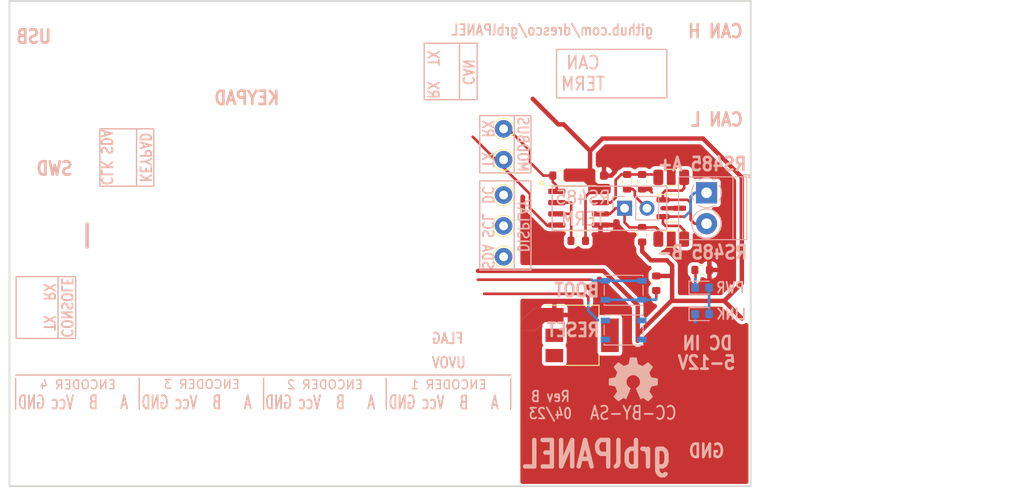
<source format=kicad_pcb>
(kicad_pcb (version 20231007) (generator pcbnew)
  (title_block (title "grblPANEL") (date "2023-04-28") (rev "B") (company "dresco"))
  (layers (0 "F.Cu" signal) (1 "In1.Cu" power) (2 "In2.Cu" power) (31 "B.Cu" signal) (34 "B.Paste" user) (35 "F.Paste" user) (36 "B.SilkS" user "B.Silkscreen") (37 "F.SilkS" user "F.Silkscreen") (38 "B.Mask" user) (39 "F.Mask" user) (44 "Edge.Cuts" user))
  (net 0 "")
  (net 1 "GND")
  (net 2 "/Power/VIN_PI_OUT")
  (net 3 "+3V3")
  (net 4 "/MCU/~{RST}")
  (net 5 "/Power/PWR_LED_K")
  (net 6 "DISPLAY_D{slash}C")
  (net 7 "DISPLAY_SDA")
  (net 8 "Net-(JP401-B)")
  (net 9 "Net-(R202-Pad1)")
  (net 10 "/MCU/LED_K")
  (net 11 "/MCU/SWCLK{slash}BOOT0")
  (net 12 "MODBUS_RX")
  (net 13 "MODBUS_TX")
  (net 14 "/Modbus/CONN_RS485_A")
  (net 15 "/Modbus/CONN_RS485_B")
  (net 16 "/Modbus/RS485_B")
  (net 17 "/Modbus/RS485_A")
  (net 18 "/Modbus/RS485_MODE_SELECT")
  (net 19 "/Display/CONN_SCL")
  (footprint "TestPoint:TestPoint_THTPad_D2.0mm_Drill1.0mm" (layer "F.Cu") (at 161 100.5)
    (property "Reference" "TP502" hide)
    (property "Value" "TestPoint" hide)
    (fp_circle (center 0 0) (end 0 1.2) (stroke (width 0.12)) (fill none) (layer "F.SilkS"))
    (pad "1" thru_hole circle (at 0 0) (size 2 2) (drill 1) (layers "*.Cu" "*.Mask") (net 19 "/Display/CONN_SCL"))
  )
  (footprint "Resistor_SMD:R_0603_1608Metric" (layer "F.Cu") (at 178.3 107 90)
    (property "Reference" "R202" hide)
    (property "Value" "200")
    (fp_line (start -0.237258 -0.5225) (end 0.237258 -0.5225) (stroke (width 0.12)) (layer "F.SilkS"))
    (fp_line (start -0.237258 0.5225) (end 0.237258 0.5225) (stroke (width 0.12)) (layer "F.SilkS"))
    (pad "1" smd roundrect (at -0.825 0 90) (size 0.8 0.95) (layers "F.Cu" "F.Paste" "F.Mask") (net 9 "Net-(R202-Pad1)"))
    (pad "2" smd roundrect (at 0.825 0 90) (size 0.8 0.95) (layers "F.Cu" "F.Paste" "F.Mask") (net 3 "+3V3"))
  )
  (footprint "TestPoint:TestPoint_THTPad_D2.0mm_Drill1.0mm" (layer "F.Cu") (at 161 97)
    (property "Reference" "TP504" hide)
    (property "Value" "TestPoint" hide)
    (fp_circle (center 0 0) (end 0 1.2) (stroke (width 0.12)) (fill none) (layer "F.SilkS"))
    (pad "1" thru_hole circle (at 0 0) (size 2 2) (drill 1) (layers "*.Cu" "*.Mask") (net 6 "DISPLAY_D{slash}C"))
  )
  (footprint "Resistor_SMD:R_0603_1608Metric" (layer "F.Cu") (at 167.4 94.8 180)
    (property "Reference" "R402" hide)
    (property "Value" "10k")
    (fp_line (start -0.237258 0.5225) (end 0.237258 0.5225) (stroke (width 0.12)) (layer "F.SilkS"))
    (fp_line (start -0.237258 -0.5225) (end 0.237258 -0.5225) (stroke (width 0.12)) (layer "F.SilkS"))
    (pad "1" smd roundrect (at -0.825 0 180) (size 0.8 0.95) (layers "F.Cu" "F.Paste" "F.Mask") (net 3 "+3V3"))
    (pad "2" smd roundrect (at 0.825 0 180) (size 0.8 0.95) (layers "F.Cu" "F.Paste" "F.Mask") (net 12 "MODBUS_RX"))
  )
  (footprint "Package_SO:SOIC-8_3.9x4.9mm_P1.27mm" (layer "F.Cu") (at 169.5 98.5)
    (property "Reference" "U401" hide)
    (property "Value" "THVD1406")
    (fp_line (start 0 -2.56) (end -3.45 -2.56) (stroke (width 0.12)) (layer "F.SilkS"))
    (fp_line (start 0 -2.56) (end 1.95 -2.56) (stroke (width 0.12)) (layer "F.SilkS"))
    (fp_line (start 0 2.56) (end -1.95 2.56) (stroke (width 0.12)) (layer "F.SilkS"))
    (fp_line (start 0 2.56) (end 1.95 2.56) (stroke (width 0.12)) (layer "F.SilkS"))
    (pad "1" smd roundrect (at -2.475 -1.905) (size 1.95 0.6) (layers "F.Cu" "F.Paste" "F.Mask") (net 12 "MODBUS_RX"))
    (pad "2" smd roundrect (at -2.475 -0.635) (size 1.95 0.6) (layers "F.Cu" "F.Paste" "F.Mask") (net 18 "/Modbus/RS485_MODE_SELECT"))
    (pad "3" smd roundrect (at -2.475 0.635) (size 1.95 0.6) (layers "F.Cu" "F.Paste" "F.Mask") (net 18 "/Modbus/RS485_MODE_SELECT"))
    (pad "4" smd roundrect (at -2.475 1.905) (size 1.95 0.6) (layers "F.Cu" "F.Paste" "F.Mask") (net 13 "MODBUS_TX"))
    (pad "5" smd roundrect (at 2.475 1.905) (size 1.95 0.6) (layers "F.Cu" "F.Paste" "F.Mask") (net 1 "GND"))
    (pad "6" smd roundrect (at 2.475 0.635) (size 1.95 0.6) (layers "F.Cu" "F.Paste" "F.Mask") (net 17 "/Modbus/RS485_A"))
    (pad "7" smd roundrect (at 2.475 -0.635) (size 1.95 0.6) (layers "F.Cu" "F.Paste" "F.Mask") (net 16 "/Modbus/RS485_B"))
    (pad "8" smd roundrect (at 2.475 -1.905) (size 1.95 0.6) (layers "F.Cu" "F.Paste" "F.Mask") (net 3 "+3V3"))
  )
  (footprint "Resistor_SMD:R_0603_1608Metric" (layer "F.Cu") (at 183.5 105.5)
    (property "Reference" "R114" hide)
    (property "Value" "4k7")
    (fp_line (start -0.237258 -0.5225) (end 0.237258 -0.5225) (stroke (width 0.12)) (layer "F.SilkS"))
    (fp_line (start -0.237258 0.5225) (end 0.237258 0.5225) (stroke (width 0.12)) (layer "F.SilkS"))
    (pad "1" smd roundrect (at -0.825 0) (size 0.8 0.95) (layers "F.Cu" "F.Paste" "F.Mask") (net 5 "/Power/PWR_LED_K"))
    (pad "2" smd roundrect (at 0.825 0) (size 0.8 0.95) (layers "F.Cu" "F.Paste" "F.Mask") (net 1 "GND"))
  )
  (footprint "TestPoint:TestPoint_THTPad_D2.0mm_Drill1.0mm" (layer "F.Cu") (at 161 89.5)
    (property "Reference" "TP401" hide)
    (property "Value" "TestPoint" hide)
    (fp_circle (center 0 0) (end 0 1.2) (stroke (width 0.12)) (fill none) (layer "F.SilkS"))
    (pad "1" thru_hole circle (at 0 0) (size 2 2) (drill 1) (layers "*.Cu" "*.Mask") (net 12 "MODBUS_RX"))
  )
  (footprint "Resistor_SMD:R_0603_1608Metric" (layer "F.Cu") (at 176.7 101.5 90)
    (property "Reference" "R404" hide)
    (property "Value" "DNP")
    (fp_line (start -0.237258 -0.5225) (end 0.237258 -0.5225) (stroke (width 0.12)) (layer "F.SilkS"))
    (fp_line (start -0.237258 0.5225) (end 0.237258 0.5225) (stroke (width 0.12)) (layer "F.SilkS"))
    (pad "1" smd roundrect (at -0.825 0 90) (size 0.8 0.95) (layers "F.Cu" "F.Paste" "F.Mask") (net 3 "+3V3"))
    (pad "2" smd roundrect (at 0.825 0 90) (size 0.8 0.95) (layers "F.Cu" "F.Paste" "F.Mask") (net 17 "/Modbus/RS485_A"))
  )
  (footprint "Resistor_SMD:R_1206_3216Metric" (layer "F.Cu") (at 180 102)
    (property "Reference" "R406" hide)
    (property "Value" "10")
    (fp_line (start -0.727064 -0.91) (end 0.727064 -0.91) (stroke (width 0.12)) (layer "F.SilkS"))
    (fp_line (start -0.727064 0.91) (end 0.727064 0.91) (stroke (width 0.12)) (layer "F.SilkS"))
    (pad "1" smd roundrect (at -1.4625 0) (size 1.125 1.75) (layers "F.Cu" "F.Paste" "F.Mask") (roundrect_rratio 0.2222222222) (net 17 "/Modbus/RS485_A"))
    (pad "2" smd roundrect (at 1.4625 0) (size 1.125 1.75) (layers "F.Cu" "F.Paste" "F.Mask") (roundrect_rratio 0.2222222222) (net 14 "/Modbus/CONN_RS485_A"))
  )
  (footprint "Resistor_SMD:R_1206_3216Metric" (layer "F.Cu") (at 180 95)
    (property "Reference" "R407" hide)
    (property "Value" "10")
    (fp_line (start -0.727064 -0.91) (end 0.727064 -0.91) (stroke (width 0.12)) (layer "F.SilkS"))
    (fp_line (start -0.727064 0.91) (end 0.727064 0.91) (stroke (width 0.12)) (layer "F.SilkS"))
    (pad "1" smd roundrect (at -1.4625 0) (size 1.125 1.75) (layers "F.Cu" "F.Paste" "F.Mask") (roundrect_rratio 0.2222222222) (net 16 "/Modbus/RS485_B"))
    (pad "2" smd roundrect (at 1.4625 0) (size 1.125 1.75) (layers "F.Cu" "F.Paste" "F.Mask") (roundrect_rratio 0.2222222222) (net 15 "/Modbus/CONN_RS485_B"))
  )
  (footprint "Resistor_SMD:R_0603_1608Metric" (layer "F.Cu") (at 176.7 95.5 -90)
    (property "Reference" "R405" hide)
    (property "Value" "DNP")
    (fp_line (start -0.237258 0.5225) (end 0.237258 0.5225) (stroke (width 0.12)) (layer "F.SilkS"))
    (fp_line (start -0.237258 -0.5225) (end 0.237258 -0.5225) (stroke (width 0.12)) (layer "F.SilkS"))
    (pad "1" smd roundrect (at -0.825 0 270) (size 0.8 0.95) (layers "F.Cu" "F.Paste" "F.Mask") (net 16 "/Modbus/RS485_B"))
    (pad "2" smd roundrect (at 0.825 0 270) (size 0.8 0.95) (layers "F.Cu" "F.Paste" "F.Mask") (net 1 "GND"))
  )
  (footprint "Resistor_SMD:R_0603_1608Metric" (layer "F.Cu") (at 175 95.5 90)
    (property "Reference" "R403" hide)
    (property "Value" "120")
    (fp_line (start -0.237258 -0.5225) (end 0.237258 -0.5225) (stroke (width 0.12)) (layer "F.SilkS"))
    (fp_line (start -0.237258 0.5225) (end 0.237258 0.5225) (stroke (width 0.12)) (layer "F.SilkS"))
    (pad "1" smd roundrect (at -0.825 0 90) (size 0.8 0.95) (layers "F.Cu" "F.Paste" "F.Mask") (net 8 "Net-(JP401-B)"))
    (pad "2" smd roundrect (at 0.825 0 90) (size 0.8 0.95) (layers "F.Cu" "F.Paste" "F.Mask") (net 16 "/Modbus/RS485_B"))
  )
  (footprint "Resistor_SMD:R_0603_1608Metric" (layer "F.Cu") (at 169.46 102.2 180)
    (property "Reference" "R401" hide)
    (property "Value" "10k")
    (fp_line (start -0.237258 0.5225) (end 0.237258 0.5225) (stroke (width 0.12)) (layer "F.SilkS"))
    (fp_line (start -0.237258 -0.5225) (end 0.237258 -0.5225) (stroke (width 0.12)) (layer "F.SilkS"))
    (pad "1" smd roundrect (at -0.825 0 180) (size 0.8 0.95) (layers "F.Cu" "F.Paste" "F.Mask") (net 3 "+3V3"))
    (pad "2" smd roundrect (at 0.825 0 180) (size 0.8 0.95) (layers "F.Cu" "F.Paste" "F.Mask") (net 18 "/Modbus/RS485_MODE_SELECT"))
  )
  (footprint "TestPoint:TestPoint_THTPad_D2.0mm_Drill1.0mm" (layer "F.Cu") (at 161 93)
    (property "Reference" "TP402" hide)
    (property "Value" "TestPoint" hide)
    (fp_circle (center 0 0) (end 0 1.2) (stroke (width 0.12)) (fill none) (layer "F.SilkS"))
    (pad "1" thru_hole circle (at 0 0) (size 2 2) (drill 1) (layers "*.Cu" "*.Mask") (net 13 "MODBUS_TX"))
  )
  (footprint "Package_TO_SOT_SMD:SOT-223-3_TabPin2" (layer "F.Cu") (at 169.9 112.9)
    (property "Reference" "U103" hide)
    (property "Value" "AZ1117-3.3")
    (fp_line (start -4.1 -3.41) (end 1.91 -3.41) (stroke (width 0.12)) (layer "F.SilkS"))
    (fp_line (start -1.85 3.41) (end 1.91 3.41) (stroke (width 0.12)) (layer "F.SilkS"))
    (fp_line (start 1.91 -3.41) (end 1.91 -2.15) (stroke (width 0.12)) (layer "F.SilkS"))
    (fp_line (start 1.91 3.41) (end 1.91 2.15) (stroke (width 0.12)) (layer "F.SilkS"))
    (pad "1" smd rect (at -3.15 -2.3) (size 2 1.5) (layers "F.Cu" "F.Paste" "F.Mask") (net 1 "GND"))
    (pad "2" smd rect (at -3.15 0) (size 2 1.5) (layers "F.Cu" "F.Paste" "F.Mask") (net 3 "+3V3"))
    (pad "2" smd rect (at 3.15 0) (size 2 3.8) (layers "F.Cu" "F.Paste" "F.Mask") (net 3 "+3V3"))
    (pad "3" smd rect (at -3.15 2.3) (size 2 1.5) (layers "F.Cu" "F.Paste" "F.Mask") (net 2 "/Power/VIN_PI_OUT"))
  )
  (footprint "Package_TO_SOT_SMD:SOT-23" (layer "F.Cu") (at 180 98.5)
    (property "Reference" "D401" hide)
    (property "Value" "CDSOT23-SM712")
    (fp_line (start 0 -1.56) (end -1.675 -1.56) (stroke (width 0.12)) (layer "F.SilkS"))
    (fp_line (start 0 -1.56) (end 0.65 -1.56) (stroke (width 0.12)) (layer "F.SilkS"))
    (fp_line (start 0 1.56) (end -0.65 1.56) (stroke (width 0.12)) (layer "F.SilkS"))
    (fp_line (start 0 1.56) (end 0.65 1.56) (stroke (width 0.12)) (layer "F.SilkS"))
    (pad "1" smd roundrect (at -0.9375 -0.95) (size 1.475 0.6) (layers "F.Cu" "F.Paste" "F.Mask") (net 15 "/Modbus/CONN_RS485_B"))
    (pad "2" smd roundrect (at -0.9375 0.95) (size 1.475 0.6) (layers "F.Cu" "F.Paste" "F.Mask") (net 14 "/Modbus/CONN_RS485_A"))
    (pad "3" smd roundrect (at 0.9375 0) (size 1.475 0.6) (layers "F.Cu" "F.Paste" "F.Mask") (net 1 "GND"))
  )
  (footprint "Capacitor_SMD:C_0603_1608Metric" (layer "F.Cu") (at 171.6 94.8)
    (property "Reference" "C401" hide)
    (property "Value" "100n")
    (fp_line (start -0.14058 -0.51) (end 0.14058 -0.51) (stroke (width 0.12)) (layer "F.SilkS"))
    (fp_line (start -0.14058 0.51) (end 0.14058 0.51) (stroke (width 0.12)) (layer "F.SilkS"))
    (pad "1" smd roundrect (at -0.775 0) (size 0.9 0.95) (layers "F.Cu" "F.Paste" "F.Mask") (net 3 "+3V3"))
    (pad "2" smd roundrect (at 0.775 0) (size 0.9 0.95) (layers "F.Cu" "F.Paste" "F.Mask") (net 1 "GND"))
  )
  (footprint "TestPoint:TestPoint_THTPad_D2.0mm_Drill1.0mm" (layer "F.Cu") (at 161 104)
    (property "Reference" "TP503" hide)
    (property "Value" "TestPoint" hide)
    (fp_circle (center 0 0) (end 0 1.2) (stroke (width 0.12)) (fill none) (layer "F.SilkS"))
    (pad "1" thru_hole circle (at 0 0) (size 2 2) (drill 1) (layers "*.Cu" "*.Mask") (net 7 "DISPLAY_SDA"))
  )
  (footprint "LED_SMD:LED_0603_1608Metric" (layer "B.Cu") (at 183.5 107.5)
    (property "Reference" "D106" hide)
    (property "Value" "LED")
    (fp_line (start -1.485 -0.735) (end 0.8 -0.735) (stroke (width 0.12)) (layer "B.SilkS"))
    (fp_line (start -1.485 0.735) (end -1.485 -0.735) (stroke (width 0.12)) (layer "B.SilkS"))
    (fp_line (start 0.8 0.735) (end -1.485 0.735) (stroke (width 0.12)) (layer "B.SilkS"))
    (pad "1" smd roundrect (at -0.7875 0) (size 0.875 0.95) (layers "B.Cu" "B.Paste" "B.Mask") (net 5 "/Power/PWR_LED_K"))
    (pad "2" smd roundrect (at 0.7875 0) (size 0.875 0.95) (layers "B.Cu" "B.Paste" "B.Mask") (net 3 "+3V3"))
  )
  (footprint "Connector_PinHeader_2.54mm:PinHeader_1x02_P2.54mm_Vertical" (layer "B.Cu") (at 174.71 98.5 -90)
    (property "Reference" "JP401" hide)
    (property "Value" "Jumper_2_Bridged" hide)
    (fp_line (start -1.33 1.33) (end 0 1.33) (stroke (width 0.12)) (layer "B.SilkS"))
    (fp_line (start -1.33 0) (end -1.33 1.33) (stroke (width 0.12)) (layer "B.SilkS"))
    (fp_line (start -1.33 -1.27) (end 1.33 -1.27) (stroke (width 0.12)) (layer "B.SilkS"))
    (fp_line (start -1.33 -1.27) (end -1.33 -3.87) (stroke (width 0.12)) (layer "B.SilkS"))
    (fp_line (start 1.33 -1.27) (end 1.33 -3.87) (stroke (width 0.12)) (layer "B.SilkS"))
    (fp_line (start -1.33 -3.87) (end 1.33 -3.87) (stroke (width 0.12)) (layer "B.SilkS"))
    (pad "1" thru_hole rect (at 0 0 270) (size 1.7 1.7) (drill 1) (layers "*.Cu" "*.Mask") (net 17 "/Modbus/RS485_A"))
    (pad "2" thru_hole oval (at 0 -2.54 270) (size 1.7 1.7) (drill 1) (layers "*.Cu" "*.Mask") (net 8 "Net-(JP401-B)"))
  )
  (footprint "Button_Switch_SMD:SW_SPST_PTS810" (layer "B.Cu") (at 174.6 112.3 180)
    (property "Reference" "SW202" hide)
    (property "Value" "SW_Push")
    (fp_line (start 2.2 1.7) (end -2.2 1.7) (stroke (width 0.12)) (layer "B.SilkS"))
    (fp_line (start 2.2 1.58) (end 2.2 1.7) (stroke (width 0.12)) (layer "B.SilkS"))
    (fp_line (start 2.2 -0.57) (end 2.2 0.57) (stroke (width 0.12)) (layer "B.SilkS"))
    (fp_line (start 2.2 -1.7) (end 2.2 -1.58) (stroke (width 0.12)) (layer "B.SilkS"))
    (fp_line (start -2.2 1.7) (end -2.2 1.58) (stroke (width 0.12)) (layer "B.SilkS"))
    (fp_line (start -2.2 0.57) (end -2.2 -0.57) (stroke (width 0.12)) (layer "B.SilkS"))
    (fp_line (start -2.2 -1.58) (end -2.2 -1.7) (stroke (width 0.12)) (layer "B.SilkS"))
    (fp_line (start -2.2 -1.7) (end 2.2 -1.7) (stroke (width 0.12)) (layer "B.SilkS"))
    (pad "1" smd rect (at -2.075 1.075 180) (size 1.05 0.65) (layers "B.Cu" "B.Paste" "B.Mask") (net 4 "/MCU/~{RST}"))
    (pad "1" smd rect (at 2.075 1.075 180) (size 1.05 0.65) (layers "B.Cu" "B.Paste" "B.Mask") (net 4 "/MCU/~{RST}"))
    (pad "2" smd rect (at -2.075 -1.075 180) (size 1.05 0.65) (layers "B.Cu" "B.Paste" "B.Mask") (net 1 "GND"))
    (pad "2" smd rect (at 2.075 -1.075 180) (size 1.05 0.65) (layers "B.Cu" "B.Paste" "B.Mask") (net 1 "GND"))
  )
  (footprint "dresco:OSHW_LOGO_5MM" (layer "B.Cu") (at 175.7 117.9 180)
    (property "Reference" "G***" hide)
    (property "Value" "OSHW_LOGO_5MM" hide)
    (fp_poly (pts (xy -1.68656 -2.49936) (xy -1.65608 -2.48412) (xy -1.59258 -2.44348) (xy -1.4986 -2.38252) (xy -1.38938 -2.30886) (xy -1.27762 -2.23266) (xy -1.18872 -2.1717) (xy -1.12522 -2.13106) (xy -1.09728 -2.11836) (xy -1.08458 -2.12344) (xy -1.03124 -2.14884) (xy -0.95504 -2.18694) (xy -0.91186 -2.2098) (xy -0.84074 -2.24028) (xy -0.80772 -2.24536) (xy -0.8001 -2.23774) (xy -0.7747 -2.1844) (xy -0.7366 -2.09296) (xy -0.68326 -1.97104) (xy -0.6223 -1.83134) (xy -0.5588 -1.67894) (xy -0.49276 -1.524) (xy -0.4318 -1.37414) (xy -0.37846 -1.24206) (xy -0.33528 -1.13284) (xy -0.3048 -1.05918) (xy -0.29464 -1.02616) (xy -0.29718 -1.01854) (xy -0.33274 -0.98552) (xy -0.3937 -0.9398) (xy -0.52578 -0.83312) (xy -0.65532 -0.67056) (xy -0.73406 -0.48514) (xy -0.762 -0.28194) (xy -0.73914 -0.09144) (xy -0.66294 0.09144) (xy -0.53594 0.254) (xy -0.38354 0.37592) (xy -0.2032 0.45466) (xy 0 0.47752) (xy 0.19304 0.4572) (xy 0.37846 0.38354) (xy 0.54356 0.25908) (xy 0.61214 0.1778) (xy 0.70866 0.0127) (xy 0.762 -0.1651) (xy 0.76962 -0.21082) (xy 0.75946 -0.4064) (xy 0.70358 -0.59182) (xy 0.59944 -0.75946) (xy 0.4572 -0.89662) (xy 0.43942 -0.91186) (xy 0.37084 -0.96012) (xy 0.32766 -0.99568) (xy 0.2921 -1.02362) (xy 0.54102 -1.62306) (xy 0.58166 -1.71704) (xy 0.65024 -1.88214) (xy 0.70866 -2.02184) (xy 0.75692 -2.1336) (xy 0.78994 -2.2098) (xy 0.80518 -2.24028) (xy 0.80772 -2.24028) (xy 0.82804 -2.24536) (xy 0.87376 -2.22758) (xy 0.95758 -2.18694) (xy 1.01346 -2.159) (xy 1.07696 -2.12852) (xy 1.1049 -2.11836) (xy 1.1303 -2.13106) (xy 1.19126 -2.16916) (xy 1.28016 -2.23012) (xy 1.38684 -2.30378) (xy 1.48844 -2.37236) (xy 1.58242 -2.43332) (xy 1.651 -2.4765) (xy 1.68402 -2.49428) (xy 1.6891 -2.49428) (xy 1.71958 -2.47904) (xy 1.77292 -2.43332) (xy 1.8542 -2.35712) (xy 1.97104 -2.24282) (xy 1.98882 -2.22504) (xy 2.0828 -2.12852) (xy 2.159 -2.04724) (xy 2.21234 -1.99136) (xy 2.23012 -1.96342) (xy 2.21234 -1.9304) (xy 2.16916 -1.86436) (xy 2.1082 -1.76784) (xy 2.032 -1.65608) (xy 1.83388 -1.36906) (xy 1.9431 -1.09728) (xy 1.97612 -1.01346) (xy 2.0193 -0.91186) (xy 2.04978 -0.84074) (xy 2.06502 -0.80772) (xy 2.0955 -0.79756) (xy 2.16916 -0.77978) (xy 2.27838 -0.75692) (xy 2.40792 -0.73406) (xy 2.52984 -0.7112) (xy 2.63906 -0.69088) (xy 2.72034 -0.67564) (xy 2.7559 -0.66802) (xy 2.76606 -0.66294) (xy 2.77114 -0.64516) (xy 2.77622 -0.60706) (xy 2.77876 -0.54102) (xy 2.7813 -0.43434) (xy 2.7813 -0.28194) (xy 2.7813 -0.26416) (xy 2.77876 -0.11684) (xy 2.77622 -0.00254) (xy 2.77368 0.07366) (xy 2.7686 0.10414) (xy 2.73304 0.11176) (xy 2.6543 0.12954) (xy 2.54508 0.14986) (xy 2.413 0.17526) (xy 2.40284 0.1778) (xy 2.2733 0.2032) (xy 2.16154 0.22606) (xy 2.08534 0.24384) (xy 2.05232 0.254) (xy 2.0447 0.26416) (xy 2.0193 0.31496) (xy 1.9812 0.39624) (xy 1.93802 0.4953) (xy 1.89484 0.59944) (xy 1.85674 0.69088) (xy 1.83134 0.762) (xy 1.82372 0.79248) (xy 1.82626 0.79248) (xy 1.84404 0.8255) (xy 1.88976 0.89408) (xy 1.95326 0.98806) (xy 2.032 1.09982) (xy 2.03708 1.10744) (xy 2.11328 1.2192) (xy 2.17424 1.31318) (xy 2.21488 1.38176) (xy 2.23012 1.41224) (xy 2.20472 1.44526) (xy 2.14884 1.50876) (xy 2.06756 1.59512) (xy 1.9685 1.69164) (xy 1.93802 1.72212) (xy 1.83134 1.8288) (xy 1.75514 1.89738) (xy 1.70942 1.93548) (xy 1.68656 1.9431) (xy 1.68402 1.9431) (xy 1.651 1.92278) (xy 1.58242 1.87706) (xy 1.4859 1.81102) (xy 1.37414 1.73482) (xy 1.36652 1.72974) (xy 1.25476 1.65354) (xy 1.16078 1.59004) (xy 1.09474 1.54686) (xy 1.0668 1.52908) (xy 1.06172 1.52908) (xy 1.016 1.54432) (xy 0.93726 1.57226) (xy 0.84074 1.60782) (xy 0.7366 1.651) (xy 0.64516 1.6891) (xy 0.57404 1.72212) (xy 0.54102 1.7399) (xy 0.54102 1.74244) (xy 0.52832 1.78054) (xy 0.508 1.86436) (xy 0.48514 1.97866) (xy 0.45974 2.11582) (xy 0.45466 2.13868) (xy 0.42926 2.27076) (xy 0.40894 2.37998) (xy 0.3937 2.45618) (xy 0.38608 2.48666) (xy 0.36576 2.49174) (xy 0.30226 2.49682) (xy 0.2032 2.49936) (xy 0.08382 2.49936) (xy -0.04064 2.49936) (xy -0.1651 2.49682) (xy -0.26924 2.49174) (xy -0.34544 2.48666) (xy -0.37592 2.48158) (xy -0.37592 2.47904) (xy -0.38862 2.4384) (xy -0.4064 2.35458) (xy -0.42926 2.24028) (xy -0.4572 2.10312) (xy -0.46228 2.07772) (xy -0.48514 1.94564) (xy -0.508 1.83896) (xy -0.52324 1.76276) (xy -0.5334 1.73482) (xy -0.54356 1.7272) (xy -0.59944 1.70434) (xy -0.68834 1.66624) (xy -0.79756 1.62306) (xy -1.05156 1.51892) (xy -1.36398 1.73482) (xy -1.39446 1.7526) (xy -1.50622 1.8288) (xy -1.59766 1.8923) (xy -1.66116 1.93294) (xy -1.6891 1.94818) (xy -1.69164 1.94564) (xy -1.72212 1.92024) (xy -1.78308 1.86182) (xy -1.86944 1.778) (xy -1.96596 1.68148) (xy -2.03962 1.60782) (xy -2.12598 1.52146) (xy -2.17932 1.46304) (xy -2.2098 1.42494) (xy -2.21996 1.40208) (xy -2.21742 1.38684) (xy -2.1971 1.35382) (xy -2.15138 1.28524) (xy -2.08788 1.19126) (xy -2.01168 1.0795) (xy -1.94818 0.98806) (xy -1.88214 0.88392) (xy -1.83642 0.80772) (xy -1.82118 0.77216) (xy -1.82626 0.75692) (xy -1.84658 0.69596) (xy -1.88468 0.60198) (xy -1.9304 0.49276) (xy -2.03962 0.24638) (xy -2.20218 0.21336) (xy -2.30124 0.19558) (xy -2.4384 0.17018) (xy -2.56794 0.14478) (xy -2.77368 0.10414) (xy -2.7813 -0.6477) (xy -2.75082 -0.66294) (xy -2.72034 -0.67056) (xy -2.64414 -0.68834) (xy -2.53492 -0.70866) (xy -2.40792 -0.73406) (xy -2.2987 -0.75438) (xy -2.18694 -0.7747) (xy -2.1082 -0.78994) (xy -2.07264 -0.79756) (xy -2.06502 -0.80772) (xy -2.03708 -0.86106) (xy -1.99898 -0.94742) (xy -1.9558 -1.04902) (xy -1.91008 -1.15316) (xy -1.87198 -1.25222) (xy -1.84404 -1.32588) (xy -1.83388 -1.36398) (xy -1.84912 -1.39192) (xy -1.8923 -1.45796) (xy -1.95326 -1.5494) (xy -2.02692 -1.65862) (xy -2.10058 -1.76784) (xy -2.16408 -1.86182) (xy -2.20726 -1.92786) (xy -2.22758 -1.95834) (xy -2.21742 -1.9812) (xy -2.17424 -2.032) (xy -2.09042 -2.11836) (xy -1.9685 -2.24028) (xy -1.94818 -2.25806) (xy -1.85166 -2.35204) (xy -1.76784 -2.42824) (xy -1.71196 -2.47904) (xy -1.68656 -2.49936)) (stroke (width 0.00254)) (fill solid) (layer "B.SilkS"))
  )
  (footprint "LED_SMD:LED_0603_1608Metric" (layer "B.Cu") (at 183.5 110.5)
    (property "Reference" "D201" hide)
    (property "Value" "LED")
    (fp_line (start -1.485 -0.735) (end 0.8 -0.735) (stroke (width 0.12)) (layer "B.SilkS"))
    (fp_line (start -1.485 0.735) (end -1.485 -0.735) (stroke (width 0.12)) (layer "B.SilkS"))
    (fp_line (start 0.8 0.735) (end -1.485 0.735) (stroke (width 0.12)) (layer "B.SilkS"))
    (pad "1" smd roundrect (at -0.7875 0) (size 0.875 0.95) (layers "B.Cu" "B.Paste" "B.Mask") (net 10 "/MCU/LED_K"))
    (pad "2" smd roundrect (at 0.7875 0) (size 0.875 0.95) (layers "B.Cu" "B.Paste" "B.Mask") (net 3 "+3V3"))
  )
  (footprint "Button_Switch_SMD:SW_SPST_PTS810" (layer "B.Cu") (at 174.6 107.8 180)
    (property "Reference" "SW201" hide)
    (property "Value" "SW_Push")
    (fp_line (start 2.2 1.7) (end -2.2 1.7) (stroke (width 0.12)) (layer "B.SilkS"))
    (fp_line (start 2.2 1.58) (end 2.2 1.7) (stroke (width 0.12)) (layer "B.SilkS"))
    (fp_line (start 2.2 -0.57) (end 2.2 0.57) (stroke (width 0.12)) (layer "B.SilkS"))
    (fp_line (start 2.2 -1.7) (end 2.2 -1.58) (stroke (width 0.12)) (layer "B.SilkS"))
    (fp_line (start -2.2 1.7) (end -2.2 1.58) (stroke (width 0.12)) (layer "B.SilkS"))
    (fp_line (start -2.2 0.57) (end -2.2 -0.57) (stroke (width 0.12)) (layer "B.SilkS"))
    (fp_line (start -2.2 -1.58) (end -2.2 -1.7) (stroke (width 0.12)) (layer "B.SilkS"))
    (fp_line (start -2.2 -1.7) (end 2.2 -1.7) (stroke (width 0.12)) (layer "B.SilkS"))
    (pad "1" smd rect (at -2.075 1.075 180) (size 1.05 0.65) (layers "B.Cu" "B.Paste" "B.Mask") (net 11 "/MCU/SWCLK{slash}BOOT0"))
    (pad "1" smd rect (at 2.075 1.075 180) (size 1.05 0.65) (layers "B.Cu" "B.Paste" "B.Mask") (net 11 "/MCU/SWCLK{slash}BOOT0"))
    (pad "2" smd rect (at -2.075 -1.075 180) (size 1.05 0.65) (layers "B.Cu" "B.Paste" "B.Mask") (net 9 "Net-(R202-Pad1)"))
    (pad "2" smd rect (at 2.075 -1.075 180) (size 1.05 0.65) (layers "B.Cu" "B.Paste" "B.Mask") (net 9 "Net-(R202-Pad1)"))
  )
  (footprint "TerminalBlock_Phoenix:TerminalBlock_Phoenix_PT-1,5-2-3.5-H_1x02_P3.50mm_Horizontal" (layer "B.Cu") (at 184 96.75 -90)
    (property "Reference" "J401" hide)
    (property "Value" "Conn_01x02")
    (fp_line (start -1.81 3.16) (end 5.31 3.16) (stroke (width 0.12)) (layer "B.SilkS"))
    (fp_line (start -1.81 3.16) (end -1.81 -4.56) (stroke (width 0.12)) (layer "B.SilkS"))
    (fp_line (start 5.31 3.16) (end 5.31 -4.56) (stroke (width 0.12)) (layer "B.SilkS"))
    (fp_line (start 4.57 1.275) (end 4.476 1.181) (stroke (width 0.12)) (layer "B.SilkS"))
    (fp_line (start 4.775 1.069) (end 4.646 0.941) (stroke (width 0.12)) (layer "B.SilkS"))
    (fp_line (start 2.355 -0.941) (end 2.226 -1.069) (stroke (width 0.12)) (layer "B.SilkS"))
    (fp_line (start 2.525 -1.181) (end 2.431 -1.274) (stroke (width 0.12)) (layer "B.SilkS"))
    (fp_line (start -1.81 -3) (end 5.31 -3) (stroke (width 0.12)) (layer "B.SilkS"))
    (fp_line (start -1.81 -4.1) (end 5.31 -4.1) (stroke (width 0.12)) (layer "B.SilkS"))
    (fp_line (start -2.05 -4.16) (end -2.05 -4.8) (stroke (width 0.12)) (layer "B.SilkS"))
    (fp_line (start -1.81 -4.56) (end 5.31 -4.56) (stroke (width 0.12)) (layer "B.SilkS"))
    (fp_line (start -2.05 -4.8) (end -1.65 -4.8) (stroke (width 0.12)) (layer "B.SilkS"))
    (fp_arc (start 0.866 1.44) (mid -0.014012 1.680286) (end -0.889894 1.425358) (stroke (width 0.12)) (layer "B.SilkS"))
    (fp_arc (start -1.44 0.866) (mid -1.680286 -0.014012) (end -1.425358 -0.889894) (stroke (width 0.12)) (layer "B.SilkS"))
    (fp_arc (start 1.425 -0.891) (mid 1.680626 -0.000476) (end 1.425504 0.890193) (stroke (width 0.12)) (layer "B.SilkS"))
    (fp_arc (start -0.866 -1.44) (mid -0.435535 -1.622918) (end 0.028674 -1.680099) (stroke (width 0.12)) (layer "B.SilkS"))
    (fp_arc (start 0 -1.68) (mid 0.463071 -1.61492) (end 0.890264 -1.424721) (stroke (width 0.12)) (layer "B.SilkS"))
    (fp_circle (center 3.5 0) (end 5.18 0) (stroke (width 0.12)) (fill none) (layer "B.SilkS"))
    (pad "1" thru_hole rect (at 0 0 270) (size 2.4 2.4) (drill 1.2) (layers "*.Cu" "*.Mask") (net 14 "/Modbus/CONN_RS485_A"))
    (pad "2" thru_hole circle (at 3.5 0 270) (size 2.4 2.4) (drill 1.2) (layers "*.Cu" "*.Mask") (net 15 "/Modbus/CONN_RS485_B"))
  )
  (gr_rect (start 166.5 96) (end 179.5 101) (stroke (width 0.15)) (fill none) (layer "B.SilkS"))
  (gr_rect (start 152 79.8) (end 158 86.2) (stroke (width 0.15)) (fill none) (layer "B.SilkS"))
  (gr_line (start 113.8 102.9) (end 113.8 100.3) (stroke (width 0.4)) (layer "B.SilkS"))
  (gr_rect (start 115.25 89.5) (end 121.35 96) (stroke (width 0.15)) (fill none) (layer "B.SilkS"))
  (gr_line (start 161.8 117.4) (end 105.7 117.4) (stroke (width 0.15)) (layer "B.SilkS"))
  (gr_line (start 147.7 121.3) (end 147.7 117.8) (stroke (width 0.15)) (layer "B.SilkS"))
  (gr_line (start 105.7 121.3) (end 105.7 117.8) (stroke (width 0.15)) (layer "B.SilkS"))
  (gr_rect (start 158.3 88) (end 164.1 94.5) (stroke (width 0.15)) (fill none) (layer "B.SilkS"))
  (gr_line (start 156 79.8) (end 156 86.2) (stroke (width 0.15)) (layer "B.SilkS"))
  (gr_line (start 119.4 89.5) (end 119.4 96) (stroke (width 0.15)) (layer "B.SilkS"))
  (gr_line (start 110.5 106.25) (end 110.5 113.25) (stroke (width 0.15)) (layer "B.SilkS"))
  (gr_line (start 162.2 95.4) (end 162.2 105.5) (stroke (width 0.15)) (layer "B.SilkS"))
  (gr_line (start 119.7 121.3) (end 119.7 117.8) (stroke (width 0.15)) (layer "B.SilkS"))
  (gr_rect (start 105.75 106.25) (end 112.5 113.25) (stroke (width 0.15)) (fill none) (layer "B.SilkS"))
  (gr_line (start 161.8 121.3) (end 161.8 117.8) (stroke (width 0.15)) (layer "B.SilkS"))
  (gr_rect (start 158.3 95.4) (end 164.1 105.5) (stroke (width 0.15)) (fill none) (layer "B.SilkS"))
  (gr_line (start 162.2 88) (end 162.2 94.5) (stroke (width 0.15)) (layer "B.SilkS"))
  (gr_rect (start 167 80.5) (end 179.5 86) (stroke (width 0.15)) (fill none) (layer "B.SilkS"))
  (gr_line (start 133.8 121.3) (end 133.8 117.8) (stroke (width 0.15)) (layer "B.SilkS"))
  (gr_circle (center 165.3 95.65) (end 165.5 95.65) (stroke (width 0.2)) (fill none) (layer "F.SilkS"))
  (gr_rect (start 105 75) (end 189 130) (stroke (width 0.2)) (fill none) (layer "Edge.Cuts"))
  (gr_text "SWD" (at 110.1 94 0) (layer "B.SilkS") (effects (font (size 1.5 1.3) (thickness 0.3)) (justify mirror)))
  (gr_text "B" (at 128.5 120.5 0) (layer "B.SilkS") (effects (font (size 1.5 1) (thickness 0.2)) (justify mirror)))
  (gr_text "CAN H" (at 185 78.45 0) (layer "B.SilkS") (effects (font (size 1.5 1.3) (thickness 0.3)) (justify mirror)))
  (gr_text "CAN L" (at 185.181 88.45 0) (layer "B.SilkS") (effects (font (size 1.5 1.3) (thickness 0.3)) (justify mirror)))
  (gr_text "B" (at 142.5 120.5 0) (layer "B.SilkS") (effects (font (size 1.5 1) (thickness 0.2)) (justify mirror)))
  (gr_text "ENCODER 2" (at 140.75 118.5 0) (layer "B.SilkS") (effects (font (size 1 1)) (justify mirror)))
  (gr_text "CC-BY-SA" (at 175.7 121.7 0) (layer "B.SilkS") (effects (font (size 1.5 1.2) (thickness 0.2)) (justify mirror)))
  (gr_text "MODBUS" (at 163.2 91.25 -90) (layer "B.SilkS") (effects (font (size 1.2 1) (thickness 0.2)) (justify mirror)))
  (gr_text "Vcc" (at 153 120.514367 0) (layer "B.SilkS") (effects (font (size 1.5 1) (thickness 0.2)) (justify mirror)))
  (gr_text "RS485 B-" (at 183.5 103.5 0) (layer "B.SilkS") (effects (font (size 1.5 1.3) (thickness 0.3)) (justify mirror)))
  (gr_text "ENCODER 3" (at 126.8 118.460723 0) (layer "B.SilkS") (effects (font (size 1 1)) (justify mirror)))
  (gr_text "GND" (at 107.5 120.5 0) (layer "B.SilkS") (effects (font (size 1.5 1) (thickness 0.2)) (justify mirror)))
  (gr_text "GND" (at 184 126 0) (layer "B.SilkS") (effects (font (size 1.5 1.3) (thickness 0.3)) (justify mirror)))
  (gr_text "RX" (at 159.2 89.5 -90) (layer "B.SilkS") (effects (font (size 1.2 1) (thickness 0.2)) (justify mirror)))
  (gr_text "GND" (at 135.5 120.5 0) (layer "B.SilkS") (effects (font (size 1.5 1) (thickness 0.2)) (justify mirror)))
  (gr_text "DISPLAY" (at 163.2 100.5 270) (layer "B.SilkS") (effects (font (size 1.2 1) (thickness 0.2)) (justify mirror)))
  (gr_text "LINK" (at 185 110.5 0) (layer "B.SilkS") (effects (font (size 1.2 1) (thickness 0.2)) (justify right mirror)))
  (gr_text "A" (at 132 120.5 0) (layer "B.SilkS") (effects (font (size 1.5 1) (thickness 0.2)) (justify mirror)))
  (gr_text "UVOV" (at 152.75 116 0) (layer "B.SilkS") (effects (font (size 1.2 1) (thickness 0.2)) (justify right mirror)))
  (gr_text "CLK" (at 116 94.5 -90) (layer "B.SilkS") (effects (font (size 1.2 1) (thickness 0.2)) (justify mirror)))
  (gr_text "Vcc" (at 111 120.514367 0) (layer "B.SilkS") (effects (font (size 1.5 1) (thickness 0.2)) (justify mirror)))
  (gr_text "FLAG" (at 152.75 113.25 0) (layer "B.SilkS") (effects (font (size 1.2 1) (thickness 0.2)) (justify right mirror)))
  (gr_text "Vcc" (at 125 120.514367 0) (layer "B.SilkS") (effects (font (size 1.5 1) (thickness 0.2)) (justify mirror)))
  (gr_text "CONSOLE" (at 111.5 109.75 270) (layer "B.SilkS") (effects (font (size 1.2 1) (thickness 0.2)) (justify mirror)))
  (gr_text "DC" (at 159.2 97 270) (layer "B.SilkS") (effects (font (size 1.2 1) (thickness 0.2)) (justify mirror)))
  (gr_text "github.com/dresco/grblPANEL" (at 166.5 78.3 0) (layer "B.SilkS") (effects (font (size 1.2 1) (thickness 0.2)) (justify mirror)))
  (gr_text "Vcc" (at 139 120.514367 0) (layer "B.SilkS") (effects (font (size 1.5 1) (thickness 0.2)) (justify mirror)))
  (gr_text "RS485 A+" (at 183.5 93.5 0) (layer "B.SilkS") (effects (font (size 1.5 1.3) (thickness 0.3)) (justify mirror)))
  (gr_text "CAN" (at 157 81.5 270) (layer "B.SilkS") (effects (font (size 1.2 1) (thickness 0.2)) (justify right mirror)))
  (gr_text "CAN\nTERM" (at 170 83.2 0) (layer "B.SilkS") (effects (font (size 1.5 1.3) (thickness 0.2)) (justify mirror)))
  (gr_text "A" (at 160 120.531419 0) (layer "B.SilkS") (effects (font (size 1.5 1) (thickness 0.2)) (justify mirror)))
  (gr_text "B" (at 114.5 120.5 0) (layer "B.SilkS") (effects (font (size 1.5 1) (thickness 0.2)) (justify mirror)))
  (gr_text "A" (at 146 120.5 0) (layer "B.SilkS") (effects (font (size 1.5 1) (thickness 0.2)) (justify mirror)))
  (gr_text "A" (at 118 120.5 0) (layer "B.SilkS") (effects (font (size 1.5 1) (thickness 0.2)) (justify mirror)))
  (gr_text "RS485\nTERM" (at 170 98.5 0) (layer "B.SilkS") (effects (font (size 1.5 1.3) (thickness 0.2)) (justify mirror)))
  (gr_text "KEYPAD" (at 120.4 92.75 270) (layer "B.SilkS") (effects (font (size 1.2 1) (thickness 0.2) bold) (justify mirror)))
  (gr_text "B" (at 156.5 120.528734 0) (layer "B.SilkS") (effects (font (size 1.5 1) (thickness 0.2)) (justify mirror)))
  (gr_text "TX" (at 109.5 111.5 270) (layer "B.SilkS") (effects (font (size 1.2 1) (thickness 0.2)) (justify mirror)))
  (gr_text "RX" (at 153 84 -90) (layer "B.SilkS") (effects (font (size 1.2 1) (thickness 0.2)) (justify right mirror)))
  (gr_text "USB" (at 107.75 79.05 0) (layer "B.SilkS") (effects (font (size 1.5 1.3) (thickness 0.3)) (justify mirror)))
  (gr_text "SDA" (at 159.2 104 -90) (layer "B.SilkS") (effects (font (size 1.2 1) (thickness 0.2)) (justify mirror)))
  (gr_text "GND" (at 121.5 120.5 0) (layer "B.SilkS") (effects (font (size 1.5 1) (thickness 0.2)) (justify mirror)))
  (gr_text "ENCODER 1" (at 154.75 118.5 0) (layer "B.SilkS") (effects (font (size 1 1)) (justify mirror)))
  (gr_text "TX" (at 153 80.5 270) (layer "B.SilkS") (effects (font (size 1.2 1) (thickness 0.2)) (justify right mirror)))
  (gr_text "Rev B\n04/23" (at 166.3 120.8 0) (layer "B.SilkS") (effects (font (size 1.2 1) (thickness 0.2)) (justify mirror)))
  (gr_text "GND" (at 149.5 120.5 0) (layer "B.SilkS") (effects (font (size 1.5 1) (thickness 0.2)) (justify mirror)))
  (gr_text "RESET" (at 168.9 112.3 0) (layer "B.SilkS") (effects (font (size 1.5 1.3) (thickness 0.3)) (justify mirror)))
  (gr_text "DC IN" (at 184.1 113.8 0) (layer "B.SilkS") (effects (font (size 1.5 1.3) (thickness 0.3)) (justify mirror)))
  (gr_text "SCL" (at 159.2 100.5 -90) (layer "B.SilkS") (effects (font (size 1.2 1) (thickness 0.2)) (justify mirror)))
  (gr_text "TX" (at 159.2 93 -90) (layer "B.SilkS") (effects (font (size 1.2 1) (thickness 0.2)) (justify mirror)))
  (gr_text "BOOT" (at 169.3 107.8 0) (layer "B.SilkS") (effects (font (size 1.5 1.3) (thickness 0.3)) (justify mirror)))
  (gr_text "RX" (at 109.5 108 270) (layer "B.SilkS") (effects (font (size 1.2 1) (thickness 0.2)) (justify mirror)))
  (gr_text "5-12V" (at 184 116 0) (layer "B.SilkS") (effects (font (size 1.5 1.3) (thickness 0.3)) (justify mirror)))
  (gr_text "KEYPAD" (at 131.9 86 0) (layer "B.SilkS") (effects (font (size 1.5 1.3) (thickness 0.3)) (justify mirror)))
  (gr_text "grblPANEL" (at 171.55 126.4 0) (layer "B.SilkS") (effects (font (size 3 2.2) (thickness 0.5)) (justify mirror)))
  (gr_text "PWR" (at 185 107.5 0) (layer "B.SilkS") (effects (font (size 1.2 1) (thickness 0.2)) (justify right mirror)))
  (gr_text "ENCODER 4" (at 112.75 118.5 0) (layer "B.SilkS") (effects (font (size 1 1)) (justify mirror)))
  (gr_text "SDA" (at 116 91 -90) (layer "B.SilkS") (effects (font (size 1.2 1) (thickness 0.2)) (justify mirror)))
  (segment (start 184.325 105.5) (end 185.5 105.5) (width 0.3) (layer "F.Cu") (net 1))
  (segment (start 173.605 100.405) (end 173.61 100.4) (width 0.5) (layer "F.Cu") (net 1))
  (segment (start 177.8 96.7) (end 177.425 96.325) (width 0.3) (layer "F.Cu") (net 1))
  (segment (start 180.9375 98.5) (end 179 98.5) (width 0.5) (layer "F.Cu") (net 1))
  (segment (start 173.2 94.8) (end 173.6 94.4) (width 0.5) (layer "F.Cu") (net 1))
  (segment (start 172.375 94.8) (end 173.2 94.8) (width 0.5) (layer "F.Cu") (net 1))
  (segment (start 171.975 100.405) (end 173.605 100.405) (width 0.5) (layer "F.Cu") (net 1))
  (segment (start 177.425 96.325) (end 176.7 96.325) (width 0.3) (layer "F.Cu") (net 1))
  (segment (start 180.1 105) (end 180.1 105.5) (width 0.5) (layer "F.Cu") (net 3))
  (segment (start 180.1 108.9) (end 180 109) (width 0.5) (layer "F.Cu") (net 3))
  (segment (start 172.3 105.6) (end 176.2 109.5) (width 0.5) (layer "F.Cu") (net 3))
  (segment (start 170.825 95.825) (end 170.825 94.8) (width 0.3) (layer "F.Cu") (net 3))
  (segment (start 170.8 92) (end 170.8 94.775) (width 0.5) (layer "F.Cu") (net 3))
  (segment (start 184.25 109) (end 186 109) (width 0.5) (layer "F.Cu") (net 3))
  (segment (start 176.7 103.4) (end 177.7 104.4) (width 0.5) (layer "F.Cu") (net 3))
  (segment (start 171.975 96.145) (end 171.79 95.96) (width 0.3) (layer "F.Cu") (net 3))
  (segment (start 164.3 86.1) (end 167.2 89) (width 0.5) (layer "F.Cu") (net 3))
  (segment (start 178.3 106.175) (end 180.025 106.175) (width 0.5) (layer "F.Cu") (net 3))
  (segment (start 171.975 96.595) (end 170.875 96.595) (width 0.3) (layer "F.Cu") (net 3))
  (segment (start 180 109) (end 176.2 112.8) (width 0.5) (layer "F.Cu") (net 3))
  (segment (start 176.2 109.5) (end 176.2 113.55) (width 0.5) (layer "F.Cu") (net 3))
  (segment (start 172.2 90.6) (end 170.8 92) (width 0.5) (layer "F.Cu") (net 3))
  (segment (start 170.875 96.595) (end 170.285 97.185) (width 0.3) (layer "F.Cu") (net 3))
  (segment (start 188 107) (end 188 95) (width 0.5) (layer "F.Cu") (net 3))
  (segment (start 180.025 106.175) (end 180.1 106.1) (width 0.5) (layer "F.Cu") (net 3))
  (segment (start 184.25 109) (end 180 109) (width 0.5) (layer "F.Cu") (net 3))
  (segment (start 188 111) (end 186 109) (width 0.5) (layer "F.Cu") (net 3))
  (segment (start 170.285 97.185) (end 170.285 102.2) (width 0.3) (layer "F.Cu") (net 3))
  (segment (start 180.1 105.5) (end 180.1 108.9) (width 0.5) (layer "F.Cu") (net 3))
  (segment (start 158.1 105.6) (end 172.3 105.6) (width 0.5) (layer "F.Cu") (net 3))
  (segment (start 168.225 94.8) (end 170.825 94.8) (width 0.3) (layer "F.Cu") (net 3))
  (segment (start 183.6 90.6) (end 172.2 90.6) (width 0.5) (layer "F.Cu") (net 3))
  (segment (start 180.1 105.5) (end 180.1 106.1) (width 0.5) (layer "F.Cu") (net 3))
  (segment (start 171.79 95.96) (end 170.96 95.96) (width 0.3) (layer "F.Cu") (net 3))
  (segment (start 179.5 104.4) (end 180.1 105) (width 0.5) (layer "F.Cu") (net 3))
  (segment (start 188 95) (end 183.6 90.6) (width 0.5) (layer "F.Cu") (net 3))
  (segment (start 177.7 104.4) (end 179.5 104.4) (width 0.5) (layer "F.Cu") (net 3))
  (segment (start 176.7 102.325) (end 176.7 103.4) (width 0.5) (layer "F.Cu") (net 3))
  (segment (start 167.2 89) (end 167.8 89) (width 0.5) (layer "F.Cu") (net 3))
  (segment (start 171.975 96.595) (end 171.975 96.145) (width 0.3) (layer "F.Cu") (net 3))
  (segment (start 170.96 95.96) (end 170.825 95.825) (width 0.3) (layer "F.Cu") (net 3))
  (segment (start 167.8 89) (end 170.8 92) (width 0.5) (layer "F.Cu") (net 3))
  (segment (start 186 109) (end 188 107) (width 0.5) (layer "F.Cu") (net 3))
  (segment (start 184.2875 109.0375) (end 184.25 109) (width 0.3) (layer "B.Cu") (net 3))
  (segment (start 184.2875 108.9625) (end 184.25 109) (width 0.3) (layer "B.Cu") (net 3))
  (segment (start 184.2875 107.5) (end 184.2875 108.9625) (width 0.3) (layer "B.Cu") (net 3))
  (segment (start 184.2875 110.5) (end 184.2875 109.0375) (width 0.3) (layer "B.Cu") (net 3))
  (segment (start 170.6 108.6) (end 170.6 109.2) (width 0.3) (layer "F.Cu") (net 4))
  (segment (start 158.78995 108.2) (end 170.2 108.2) (width 0.3) (layer "F.Cu") (net 4))
  (segment (start 170.2 108.2) (end 170.6 108.6) (width 0.3) (layer "F.Cu") (net 4))
  (segment (start 170.6 110.1) (end 171.7 111.2) (width 0.3) (layer "B.Cu") (net 4))
  (segment (start 170.6 109.2) (end 170.6 110.1) (width 0.3) (layer "B.Cu") (net 4))
  (segment (start 182.75 106.5) (end 182.75 105.575) (width 0.3) (layer "F.Cu") (net 5))
  (segment (start 182.75 105.575) (end 182.675 105.5) (width 0.3) (layer "F.Cu") (net 5))
  (segment (start 182.7125 107.5) (end 182.7125 106.5375) (width 0.3) (layer "B.Cu") (net 5))
  (segment (start 182.7125 106.5375) (end 182.75 106.5) (width 0.3) (layer "B.Cu") (net 5))
  (segment (start 175.875 96.575) (end 175.875 97.125) (width 0.3) (layer "F.Cu") (net 8))
  (segment (start 175.875 97.125) (end 177.25 98.5) (width 0.3) (layer "F.Cu") (net 8))
  (segment (start 175.625 96.325) (end 175.875 96.575) (width 0.3) (layer "F.Cu") (net 8))
  (segment (start 175 96.325) (end 175.625 96.325) (width 0.3) (layer "F.Cu") (net 8))
  (segment (start 178.3 107.825) (end 178.3 108.8) (width 0.3) (layer "F.Cu") (net 9))
  (segment (start 172.525 108.875) (end 176.675 108.875) (width 0.3) (layer "B.Cu") (net 9))
  (segment (start 176.675 108.875) (end 178.225 108.875) (width 0.3) (layer "B.Cu") (net 9))
  (segment (start 178.225 108.875) (end 178.3 108.8) (width 0.3) (layer "B.Cu") (net 9))
  (segment (start 182.7125 110.5) (end 182.7125 111.4625) (width 0.3) (layer "B.Cu") (net 10))
  (segment (start 158.08995 106.6) (end 171 106.6) (width 0.3) (layer "F.Cu") (net 11))
  (segment (start 172.525 106.725) (end 176.675 106.725) (width 0.3) (layer "B.Cu") (net 11))
  (segment (start 171.1 106.7) (end 172.5 106.7) (width 0.3) (layer "B.Cu") (net 11))
  (segment (start 171 106.6) (end 171.1 106.7) (width 0.3) (layer "B.Cu") (net 11))
  (segment (start 164 92) (end 164 93.3) (width 0.3) (layer "F.Cu") (net 12))
  (segment (start 161.5 89.5) (end 164 92) (width 0.3) (layer "F.Cu") (net 12))
  (segment (start 166.575 94.8) (end 166.575 95.515) (width 0.3) (layer "F.Cu") (net 12))
  (segment (start 166.575 95.515) (end 167.025 95.965) (width 0.3) (layer "F.Cu") (net 12))
  (segment (start 164 93.3) (end 165.5 94.8) (width 0.3) (layer "F.Cu") (net 12))
  (segment (start 165.5 94.8) (end 166.575 94.8) (width 0.3) (layer "F.Cu") (net 12))
  (segment (start 167.025 95.965) (end 167.025 96.595) (width 0.3) (layer "F.Cu") (net 12))
  (segment (start 157.5 90.4) (end 164 96.9) (width 0.3) (layer "F.Cu") (net 13))
  (segment (start 166 100.5) (end 166.93 100.5) (width 0.3) (layer "F.Cu") (net 13))
  (segment (start 164 96.9) (end 164 98.5) (width 0.3) (layer "F.Cu") (net 13))
  (segment (start 164 98.5) (end 166 100.5) (width 0.3) (layer "F.Cu") (net 13))
  (segment (start 181.4625 102) (end 181.4625 101.0125) (width 0.3) (layer "F.Cu") (net 14))
  (segment (start 179.0625 100.2225) (end 179.0625 99.45) (width 0.3) (layer "F.Cu") (net 14))
  (segment (start 180.95 100.5) (end 179.34 100.5) (width 0.3) (layer "F.Cu") (net 14))
  (segment (start 181.5005 99.487174) (end 181.463326 99.45) (width 0.3) (layer "F.Cu") (net 14))
  (segment (start 181.463326 99.45) (end 179.0625 99.45) (width 0.3) (layer "F.Cu") (net 14))
  (segment (start 181.4625 101.0125) (end 180.95 100.5) (width 0.3) (layer "F.Cu") (net 14))
  (segment (start 179.34 100.5) (end 179.0625 100.2225) (width 0.3) (layer "F.Cu") (net 14))
  (segment (start 182.2 97.2) (end 182.65 96.75) (width 0.3) (layer "B.Cu") (net 14))
  (segment (start 181.5005 99.487174) (end 182.2 98.787674) (width 0.3) (layer "B.Cu") (net 14))
  (segment (start 182.65 96.75) (end 184 96.75) (width 0.3) (layer "B.Cu") (net 14))
  (segment (start 182.2 98.787674) (end 182.2 97.2) (width 0.3) (layer "B.Cu") (net 14))
  (segment (start 179.0625 97.55) (end 181.85 97.55) (width 0.3) (layer "F.Cu") (net 15))
  (segment (start 182.2 99.8) (end 182.2 97.9) (width 0.3) (layer "F.Cu") (net 15))
  (segment (start 182.65 100.25) (end 182.2 99.8) (width 0.3) (layer "F.Cu") (net 15))
  (segment (start 181.4625 96.2375) (end 181.2 96.5) (width 0.3) (layer "F.Cu") (net 15))
  (segment (start 184 100.25) (end 182.65 100.25) (width 0.3) (layer "F.Cu") (net 15))
  (segment (start 179.34 96.5) (end 179.0625 96.7775) (width 0.3) (layer "F.Cu") (net 15))
  (segment (start 181.4625 94.7) (end 181.4625 96.2375) (width 0.3) (layer "F.Cu") (net 15))
  (segment (start 181.2 96.5) (end 179.34 96.5) (width 0.3) (layer "F.Cu") (net 15))
  (segment (start 182.2 97.9) (end 181.85 97.55) (width 0.3) (layer "F.Cu") (net 15))
  (segment (start 179.0625 96.7775) (end 179.0625 97.55) (width 0.3) (layer "F.Cu") (net 15))
  (segment (start 174.325 94.675) (end 175 94.675) (width 0.3) (layer "F.Cu") (net 16))
  (segment (start 171.975 97.865) (end 173.135 97.865) (width 0.3) (layer "F.Cu") (net 16))
  (segment (start 173.135 97.865) (end 173.7 97.3) (width 0.3) (layer "F.Cu") (net 16))
  (segment (start 175 94.675) (end 178.2125 94.675) (width 0.3) (layer "F.Cu") (net 16))
  (segment (start 173.7 95.3) (end 174.325 94.675) (width 0.3) (layer "F.Cu") (net 16))
  (segment (start 173.7 97.3) (end 173.7 95.3) (width 0.3) (layer "F.Cu") (net 16))
  (segment (start 174 98.565) (end 174.065 98.5) (width 0.3) (layer "F.Cu") (net 17))
  (segment (start 173.065 99.135) (end 173.7 98.5) (width 0.3) (layer "F.Cu") (net 17))
  (segment (start 178.5375 100.9375) (end 178.5375 102) (width 0.3) (layer "F.Cu") (net 17))
  (segment (start 176.7 100.675) (end 178.275 100.675) (width 0.3) (layer "F.Cu") (net 17))
  (segment (start 174.71 98.5) (end 174.71 100.11) (width 0.3) (layer "F.Cu") (net 17))
  (segment (start 171.975 99.135) (end 173.065 99.135) (width 0.3) (layer "F.Cu") (net 17))
  (segment (start 175.275 100.675) (end 176.7 100.675) (width 0.3) (layer "F.Cu") (net 17))
  (segment (start 174.71 100.11) (end 175.275 100.675) (width 0.3) (layer "F.Cu") (net 17))
  (segment (start 173.7 98.5) (end 174.71 98.5) (width 0.3) (layer "F.Cu") (net 17))
  (segment (start 178.275 100.675) (end 178.5375 100.9375) (width 0.3) (layer "F.Cu") (net 17))
  (segment (start 168.66 97.9) (end 168.66 99.1) (width 0.3) (layer "F.Cu") (net 18))
  (segment (start 167.025 99.135) (end 168.625 99.135) (width 0.3) (layer "F.Cu") (net 18))
  (segment (start 168.66 99.1) (end 168.66 102.175) (width 0.3) (layer "F.Cu") (net 18))
  (segment (start 167.025 97.865) (end 168.625 97.865) (width 0.3) (layer "F.Cu") (net 18))
  (segment (start 168.625 99.135) (end 168.66 99.1) (width 0.3) (layer "F.Cu") (net 18))
  (segment (start 168.625 97.865) (end 168.66 97.9) (width 0.3) (layer "F.Cu") (net 18))
  (zone (net 3) (net_name "+3V3") (layer "F.Cu") (priority 5) (connect_pads yes (clearance 0.3)) (min_thickness 0.254) (fill yes (thermal_gap 0.508) (thermal_bridge_width 0.508) (smoothing chamfer) (radius 0.2))
    (polygon (pts (xy 171.4 95.47) (xy 171.7 95.74) (xy 173.14 95.74) (xy 173.14 96.9) (xy 170.59 96.91) (xy 170.59 95.99) (xy 170.1 95.5) (xy 167.8 95.5) (xy 167.8 94) (xy 171.4 94)))
  )
  (zone (net 1) (net_name "GND") (layer "F.Cu") (name "outer_pour") (priority 1) (connect_pads (clearance 0.508)) (min_thickness 0.508) (fill yes (thermal_gap 0.508) (thermal_bridge_width 0.508))
    (polygon (pts (xy 189 130) (xy 162.9 130) (xy 162.9 75) (xy 189 75)))
  )
  (zone (net 1) (net_name "GND") (layer "F.Cu") (priority 5) (connect_pads yes (clearance 0.3)) (min_thickness 0.254) (fill yes (thermal_gap 0.508) (thermal_bridge_width 0.508) (smoothing fillet) (radius 0.2))
    (polygon (pts (xy 167.8 111.4) (xy 165.7 111.4) (xy 164.5 112.4) (xy 162.9 112.4) (xy 162.9 111.3) (xy 164.5 109.8) (xy 167.8 109.8)))
  )
)
</source>
